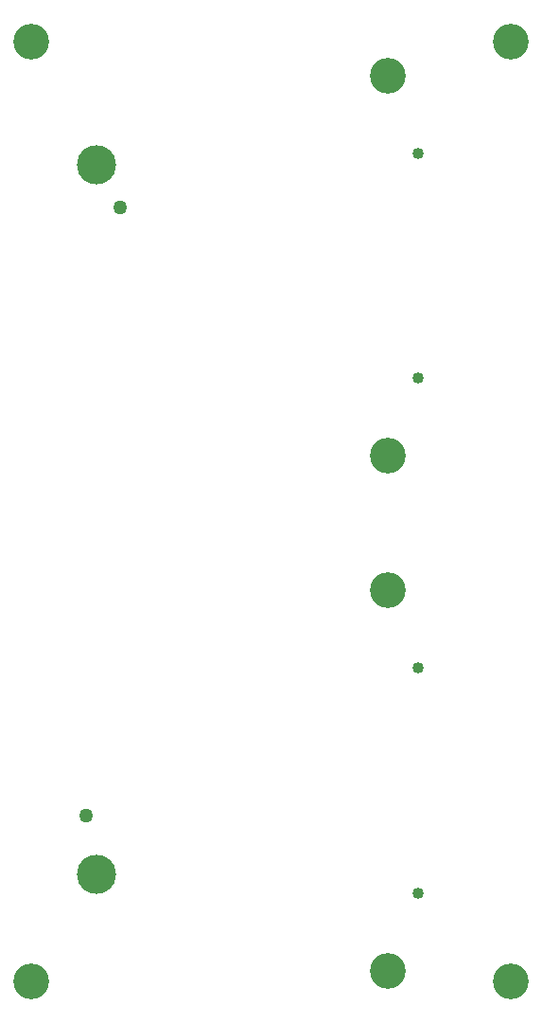
<source format=gbr>
%TF.GenerationSoftware,Altium Limited,Altium Designer,21.5.1 (32)*%
G04 Layer_Color=0*
%FSLAX45Y45*%
%MOMM*%
%TF.SameCoordinates,51D5493F-A844-4614-94AE-4B196E198A34*%
%TF.FilePolarity,Positive*%
%TF.FileFunction,NonPlated,1,4,NPTH,Drill*%
%TF.Part,Single*%
G01*
G75*
%TA.AperFunction,OtherDrill,Free Pad (9.9mm,76.98mm)*%
%ADD62C,3.50000*%
%TA.AperFunction,OtherDrill,Free Pad (9.9mm,13.62mm)*%
%ADD63C,3.50000*%
%TA.AperFunction,ComponentDrill*%
%ADD64C,1.27000*%
%ADD65C,3.19989*%
%ADD66C,1.02006*%
%ADD67C,3.20000*%
D62*
X990000Y7698000D02*
D03*
D63*
Y1362000D02*
D03*
D64*
X1200000Y7319070D02*
D03*
X895200Y1880930D02*
D03*
D65*
X3600000Y500000D02*
D03*
Y3900000D02*
D03*
X3600000Y8500000D02*
D03*
Y5100000D02*
D03*
D66*
X3866497Y3206500D02*
D03*
Y1193500D02*
D03*
X3866497Y5793500D02*
D03*
Y7806501D02*
D03*
D67*
X400000Y400000D02*
D03*
Y8800000D02*
D03*
X4700000D02*
D03*
Y400000D02*
D03*
%TF.MD5,a7794d64d273d1e2cecb912203fb60ba*%
M02*

</source>
